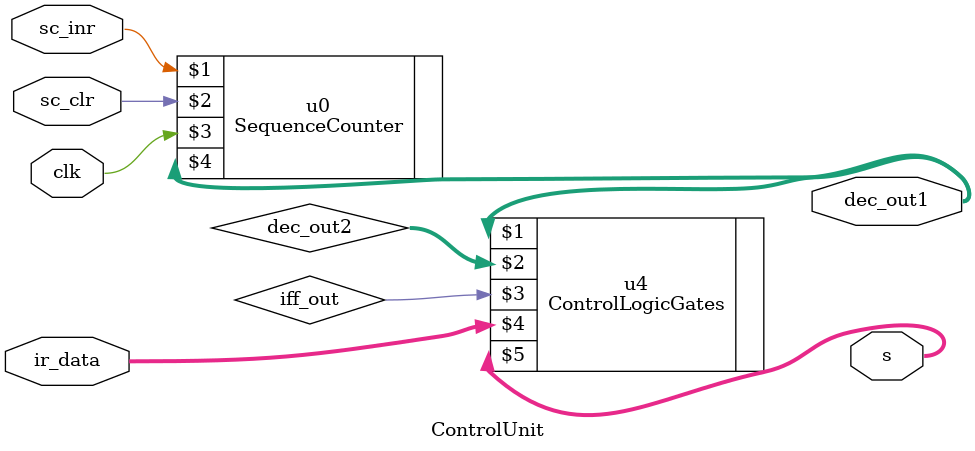
<source format=v>

module ControlUnit(sc_inr, sc_clr, ir_data, clk, s, dec_out1);

input sc_inr, sc_clr, clk;
input [15:0] ir_data;
output [2:0] s;
output [7:0] dec_out1;

wire [2:0] dec_in1;
wire [2:0] dec_in2;
wire [7:0] dec_out2;
wire iff_out;

SequenceCounter u0(sc_inr, sc_clr, clk, dec_out1);

//assign dec_in2 = {ir_data[14], ir_data[13], ir_data[12]};
//decoder u2(1, dec_in2, dec_out2);

//IFlipFlop u3(ir_data[15], iff_out);

ControlLogicGates u4(dec_out1, dec_out2, iff_out, ir_data, s);

endmodule

</source>
